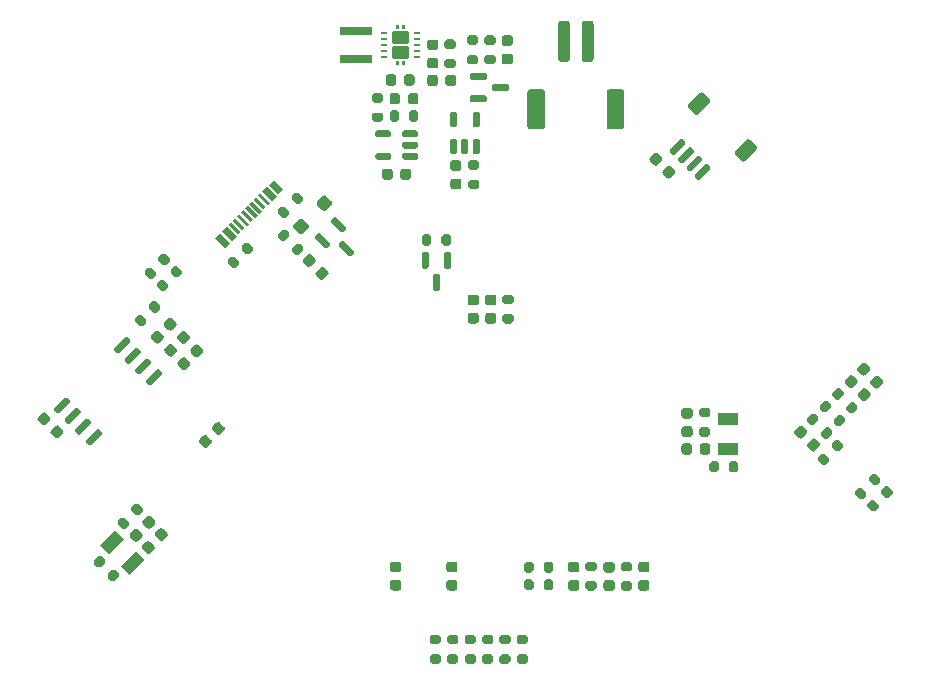
<source format=gbp>
G04 #@! TF.GenerationSoftware,KiCad,Pcbnew,7.0.8-7.0.8~ubuntu23.04.1*
G04 #@! TF.CreationDate,2023-11-14T21:47:51+00:00*
G04 #@! TF.ProjectId,demo-badge-2023,64656d6f-2d62-4616-9467-652d32303233,1*
G04 #@! TF.SameCoordinates,Original*
G04 #@! TF.FileFunction,Paste,Bot*
G04 #@! TF.FilePolarity,Positive*
%FSLAX46Y46*%
G04 Gerber Fmt 4.6, Leading zero omitted, Abs format (unit mm)*
G04 Created by KiCad (PCBNEW 7.0.8-7.0.8~ubuntu23.04.1) date 2023-11-14 21:47:51*
%MOMM*%
%LPD*%
G01*
G04 APERTURE LIST*
%ADD10R,1.800000X1.000000*%
%ADD11R,0.600000X0.240000*%
%ADD12R,2.700000X0.800000*%
G04 APERTURE END LIST*
G36*
G01*
X162078617Y-84542971D02*
X162432171Y-84189417D01*
G75*
G02*
X162750369Y-84189417I159099J-159099D01*
G01*
X163068567Y-84507615D01*
G75*
G02*
X163068567Y-84825813I-159099J-159099D01*
G01*
X162715013Y-85179367D01*
G75*
G02*
X162396815Y-85179367I-159099J159099D01*
G01*
X162078617Y-84861169D01*
G75*
G02*
X162078617Y-84542971I159099J159099D01*
G01*
G37*
G36*
G01*
X163174633Y-85638987D02*
X163528187Y-85285433D01*
G75*
G02*
X163846385Y-85285433I159099J-159099D01*
G01*
X164164583Y-85603631D01*
G75*
G02*
X164164583Y-85921829I-159099J-159099D01*
G01*
X163811029Y-86275383D01*
G75*
G02*
X163492831Y-86275383I-159099J159099D01*
G01*
X163174633Y-85957185D01*
G75*
G02*
X163174633Y-85638987I159099J159099D01*
G01*
G37*
G36*
G01*
X149596858Y-91194624D02*
X149596858Y-91694624D01*
G75*
G02*
X149371858Y-91919624I-225000J0D01*
G01*
X148921858Y-91919624D01*
G75*
G02*
X148696858Y-91694624I0J225000D01*
G01*
X148696858Y-91194624D01*
G75*
G02*
X148921858Y-90969624I225000J0D01*
G01*
X149371858Y-90969624D01*
G75*
G02*
X149596858Y-91194624I0J-225000D01*
G01*
G37*
G36*
G01*
X148046858Y-91194624D02*
X148046858Y-91694624D01*
G75*
G02*
X147821858Y-91919624I-225000J0D01*
G01*
X147371858Y-91919624D01*
G75*
G02*
X147146858Y-91694624I0J225000D01*
G01*
X147146858Y-91194624D01*
G75*
G02*
X147371858Y-90969624I225000J0D01*
G01*
X147821858Y-90969624D01*
G75*
G02*
X148046858Y-91194624I0J-225000D01*
G01*
G37*
D10*
X151065935Y-88937389D03*
X151065935Y-91437389D03*
G36*
G01*
X162246649Y-95691060D02*
X161857740Y-95302151D01*
G75*
G02*
X161857740Y-95019309I141421J141421D01*
G01*
X162140583Y-94736466D01*
G75*
G02*
X162423425Y-94736466I141421J-141421D01*
G01*
X162812334Y-95125375D01*
G75*
G02*
X162812334Y-95408217I-141421J-141421D01*
G01*
X162529491Y-95691060D01*
G75*
G02*
X162246649Y-95691060I-141421J141421D01*
G01*
G37*
G36*
G01*
X163413375Y-94524334D02*
X163024466Y-94135425D01*
G75*
G02*
X163024466Y-93852583I141421J141421D01*
G01*
X163307309Y-93569740D01*
G75*
G02*
X163590151Y-93569740I141421J-141421D01*
G01*
X163979060Y-93958649D01*
G75*
G02*
X163979060Y-94241491I-141421J-141421D01*
G01*
X163696217Y-94524334D01*
G75*
G02*
X163413375Y-94524334I-141421J141421D01*
G01*
G37*
G36*
G01*
X103755852Y-83586264D02*
X103402298Y-83232710D01*
G75*
G02*
X103402298Y-82914512I159099J159099D01*
G01*
X103720496Y-82596314D01*
G75*
G02*
X104038694Y-82596314I159099J-159099D01*
G01*
X104392248Y-82949868D01*
G75*
G02*
X104392248Y-83268066I-159099J-159099D01*
G01*
X104074050Y-83586264D01*
G75*
G02*
X103755852Y-83586264I-159099J159099D01*
G01*
G37*
G36*
G01*
X104851868Y-82490248D02*
X104498314Y-82136694D01*
G75*
G02*
X104498314Y-81818496I159099J159099D01*
G01*
X104816512Y-81500298D01*
G75*
G02*
X105134710Y-81500298I159099J-159099D01*
G01*
X105488264Y-81853852D01*
G75*
G02*
X105488264Y-82172050I-159099J-159099D01*
G01*
X105170066Y-82490248D01*
G75*
G02*
X104851868Y-82490248I-159099J159099D01*
G01*
G37*
G36*
G01*
X121701553Y-63754800D02*
X121151553Y-63754800D01*
G75*
G02*
X120951553Y-63554800I0J200000D01*
G01*
X120951553Y-63154800D01*
G75*
G02*
X121151553Y-62954800I200000J0D01*
G01*
X121701553Y-62954800D01*
G75*
G02*
X121901553Y-63154800I0J-200000D01*
G01*
X121901553Y-63554800D01*
G75*
G02*
X121701553Y-63754800I-200000J0D01*
G01*
G37*
G36*
G01*
X121701553Y-62104800D02*
X121151553Y-62104800D01*
G75*
G02*
X120951553Y-61904800I0J200000D01*
G01*
X120951553Y-61504800D01*
G75*
G02*
X121151553Y-61304800I200000J0D01*
G01*
X121701553Y-61304800D01*
G75*
G02*
X121901553Y-61504800I0J-200000D01*
G01*
X121901553Y-61904800D01*
G75*
G02*
X121701553Y-62104800I-200000J0D01*
G01*
G37*
G36*
G01*
X129187800Y-56419600D02*
X129737800Y-56419600D01*
G75*
G02*
X129937800Y-56619600I0J-200000D01*
G01*
X129937800Y-57019600D01*
G75*
G02*
X129737800Y-57219600I-200000J0D01*
G01*
X129187800Y-57219600D01*
G75*
G02*
X128987800Y-57019600I0J200000D01*
G01*
X128987800Y-56619600D01*
G75*
G02*
X129187800Y-56419600I200000J0D01*
G01*
G37*
G36*
G01*
X129187800Y-58069600D02*
X129737800Y-58069600D01*
G75*
G02*
X129937800Y-58269600I0J-200000D01*
G01*
X129937800Y-58669600D01*
G75*
G02*
X129737800Y-58869600I-200000J0D01*
G01*
X129187800Y-58869600D01*
G75*
G02*
X128987800Y-58669600I0J200000D01*
G01*
X128987800Y-58269600D01*
G75*
G02*
X129187800Y-58069600I200000J0D01*
G01*
G37*
G36*
G01*
X99519283Y-102228894D02*
X99130374Y-102617803D01*
G75*
G02*
X98847532Y-102617803I-141421J141421D01*
G01*
X98564689Y-102334960D01*
G75*
G02*
X98564689Y-102052118I141421J141421D01*
G01*
X98953598Y-101663209D01*
G75*
G02*
X99236440Y-101663209I141421J-141421D01*
G01*
X99519283Y-101946052D01*
G75*
G02*
X99519283Y-102228894I-141421J-141421D01*
G01*
G37*
G36*
G01*
X98352557Y-101062168D02*
X97963648Y-101451077D01*
G75*
G02*
X97680806Y-101451077I-141421J141421D01*
G01*
X97397963Y-101168234D01*
G75*
G02*
X97397963Y-100885392I141421J141421D01*
G01*
X97786872Y-100496483D01*
G75*
G02*
X98069714Y-100496483I141421J-141421D01*
G01*
X98352557Y-100779326D01*
G75*
G02*
X98352557Y-101062168I-141421J-141421D01*
G01*
G37*
G36*
G01*
X157793740Y-88827849D02*
X158182649Y-88438940D01*
G75*
G02*
X158465491Y-88438940I141421J-141421D01*
G01*
X158748334Y-88721783D01*
G75*
G02*
X158748334Y-89004625I-141421J-141421D01*
G01*
X158359425Y-89393534D01*
G75*
G02*
X158076583Y-89393534I-141421J141421D01*
G01*
X157793740Y-89110691D01*
G75*
G02*
X157793740Y-88827849I141421J141421D01*
G01*
G37*
G36*
G01*
X158960466Y-89994575D02*
X159349375Y-89605666D01*
G75*
G02*
X159632217Y-89605666I141421J-141421D01*
G01*
X159915060Y-89888509D01*
G75*
G02*
X159915060Y-90171351I-141421J-141421D01*
G01*
X159526151Y-90560260D01*
G75*
G02*
X159243309Y-90560260I-141421J141421D01*
G01*
X158960466Y-90277417D01*
G75*
G02*
X158960466Y-89994575I141421J141421D01*
G01*
G37*
G36*
G01*
X128295601Y-69448000D02*
X127795601Y-69448000D01*
G75*
G02*
X127570601Y-69223000I0J225000D01*
G01*
X127570601Y-68773000D01*
G75*
G02*
X127795601Y-68548000I225000J0D01*
G01*
X128295601Y-68548000D01*
G75*
G02*
X128520601Y-68773000I0J-225000D01*
G01*
X128520601Y-69223000D01*
G75*
G02*
X128295601Y-69448000I-225000J0D01*
G01*
G37*
G36*
G01*
X128295601Y-67898000D02*
X127795601Y-67898000D01*
G75*
G02*
X127570601Y-67673000I0J225000D01*
G01*
X127570601Y-67223000D01*
G75*
G02*
X127795601Y-66998000I225000J0D01*
G01*
X128295601Y-66998000D01*
G75*
G02*
X128520601Y-67223000I0J-225000D01*
G01*
X128520601Y-67673000D01*
G75*
G02*
X128295601Y-67898000I-225000J0D01*
G01*
G37*
G36*
G01*
X104890758Y-84721170D02*
X104537204Y-84367616D01*
G75*
G02*
X104537204Y-84049418I159099J159099D01*
G01*
X104855402Y-83731220D01*
G75*
G02*
X105173600Y-83731220I159099J-159099D01*
G01*
X105527154Y-84084774D01*
G75*
G02*
X105527154Y-84402972I-159099J-159099D01*
G01*
X105208956Y-84721170D01*
G75*
G02*
X104890758Y-84721170I-159099J159099D01*
G01*
G37*
G36*
G01*
X105986774Y-83625154D02*
X105633220Y-83271600D01*
G75*
G02*
X105633220Y-82953402I159099J159099D01*
G01*
X105951418Y-82635204D01*
G75*
G02*
X106269616Y-82635204I159099J-159099D01*
G01*
X106623170Y-82988758D01*
G75*
G02*
X106623170Y-83306956I-159099J-159099D01*
G01*
X106304972Y-83625154D01*
G75*
G02*
X105986774Y-83625154I-159099J159099D01*
G01*
G37*
G36*
G01*
X131011600Y-109622200D02*
X130461600Y-109622200D01*
G75*
G02*
X130261600Y-109422200I0J200000D01*
G01*
X130261600Y-109022200D01*
G75*
G02*
X130461600Y-108822200I200000J0D01*
G01*
X131011600Y-108822200D01*
G75*
G02*
X131211600Y-109022200I0J-200000D01*
G01*
X131211600Y-109422200D01*
G75*
G02*
X131011600Y-109622200I-200000J0D01*
G01*
G37*
G36*
G01*
X131011600Y-107972200D02*
X130461600Y-107972200D01*
G75*
G02*
X130261600Y-107772200I0J200000D01*
G01*
X130261600Y-107372200D01*
G75*
G02*
X130461600Y-107172200I200000J0D01*
G01*
X131011600Y-107172200D01*
G75*
G02*
X131211600Y-107372200I0J-200000D01*
G01*
X131211600Y-107772200D01*
G75*
G02*
X131011600Y-107972200I-200000J0D01*
G01*
G37*
G36*
G01*
X132484800Y-109622200D02*
X131934800Y-109622200D01*
G75*
G02*
X131734800Y-109422200I0J200000D01*
G01*
X131734800Y-109022200D01*
G75*
G02*
X131934800Y-108822200I200000J0D01*
G01*
X132484800Y-108822200D01*
G75*
G02*
X132684800Y-109022200I0J-200000D01*
G01*
X132684800Y-109422200D01*
G75*
G02*
X132484800Y-109622200I-200000J0D01*
G01*
G37*
G36*
G01*
X132484800Y-107972200D02*
X131934800Y-107972200D01*
G75*
G02*
X131734800Y-107772200I0J200000D01*
G01*
X131734800Y-107372200D01*
G75*
G02*
X131934800Y-107172200I200000J0D01*
G01*
X132484800Y-107172200D01*
G75*
G02*
X132684800Y-107372200I0J-200000D01*
G01*
X132684800Y-107772200D01*
G75*
G02*
X132484800Y-107972200I-200000J0D01*
G01*
G37*
G36*
G01*
X100823757Y-99230763D02*
X100470203Y-98877209D01*
G75*
G02*
X100470203Y-98559011I159099J159099D01*
G01*
X100788401Y-98240813D01*
G75*
G02*
X101106599Y-98240813I159099J-159099D01*
G01*
X101460153Y-98594367D01*
G75*
G02*
X101460153Y-98912565I-159099J-159099D01*
G01*
X101141955Y-99230763D01*
G75*
G02*
X100823757Y-99230763I-159099J159099D01*
G01*
G37*
G36*
G01*
X101919773Y-98134747D02*
X101566219Y-97781193D01*
G75*
G02*
X101566219Y-97462995I159099J159099D01*
G01*
X101884417Y-97144797D01*
G75*
G02*
X102202615Y-97144797I159099J-159099D01*
G01*
X102556169Y-97498351D01*
G75*
G02*
X102556169Y-97816549I-159099J-159099D01*
G01*
X102237971Y-98134747D01*
G75*
G02*
X101919773Y-98134747I-159099J159099D01*
G01*
G37*
G36*
G01*
X101144374Y-96084083D02*
X101533283Y-96472992D01*
G75*
G02*
X101533283Y-96755834I-141421J-141421D01*
G01*
X101250440Y-97038677D01*
G75*
G02*
X100967598Y-97038677I-141421J141421D01*
G01*
X100578689Y-96649768D01*
G75*
G02*
X100578689Y-96366926I141421J141421D01*
G01*
X100861532Y-96084083D01*
G75*
G02*
X101144374Y-96084083I141421J-141421D01*
G01*
G37*
G36*
G01*
X99977648Y-97250809D02*
X100366557Y-97639718D01*
G75*
G02*
X100366557Y-97922560I-141421J-141421D01*
G01*
X100083714Y-98205403D01*
G75*
G02*
X99800872Y-98205403I-141421J141421D01*
G01*
X99411963Y-97816494D01*
G75*
G02*
X99411963Y-97533652I141421J141421D01*
G01*
X99694806Y-97250809D01*
G75*
G02*
X99977648Y-97250809I141421J-141421D01*
G01*
G37*
G36*
G01*
X122985400Y-55848600D02*
X122985400Y-55558600D01*
G75*
G02*
X123010400Y-55533600I25000J0D01*
G01*
X123210400Y-55533600D01*
G75*
G02*
X123235400Y-55558600I0J-25000D01*
G01*
X123235400Y-55848600D01*
G75*
G02*
X123210400Y-55873600I-25000J0D01*
G01*
X123010400Y-55873600D01*
G75*
G02*
X122985400Y-55848600I0J25000D01*
G01*
G37*
G36*
G01*
X122985400Y-58908600D02*
X122985400Y-58618600D01*
G75*
G02*
X123010400Y-58593600I25000J0D01*
G01*
X123210400Y-58593600D01*
G75*
G02*
X123235400Y-58618600I0J-25000D01*
G01*
X123235400Y-58908600D01*
G75*
G02*
X123210400Y-58933600I-25000J0D01*
G01*
X123010400Y-58933600D01*
G75*
G02*
X122985400Y-58908600I0J25000D01*
G01*
G37*
G36*
G01*
X122610400Y-57027600D02*
X122610400Y-56179600D01*
G75*
G02*
X122716400Y-56073600I106000J0D01*
G01*
X124004400Y-56073600D01*
G75*
G02*
X124110400Y-56179600I0J-106000D01*
G01*
X124110400Y-57027600D01*
G75*
G02*
X124004400Y-57133600I-106000J0D01*
G01*
X122716400Y-57133600D01*
G75*
G02*
X122610400Y-57027600I0J106000D01*
G01*
G37*
G36*
G01*
X122610400Y-58287600D02*
X122610400Y-57439600D01*
G75*
G02*
X122716400Y-57333600I106000J0D01*
G01*
X124004400Y-57333600D01*
G75*
G02*
X124110400Y-57439600I0J-106000D01*
G01*
X124110400Y-58287600D01*
G75*
G02*
X124004400Y-58393600I-106000J0D01*
G01*
X122716400Y-58393600D01*
G75*
G02*
X122610400Y-58287600I0J106000D01*
G01*
G37*
G36*
G01*
X123485400Y-55848600D02*
X123485400Y-55558600D01*
G75*
G02*
X123510400Y-55533600I25000J0D01*
G01*
X123710400Y-55533600D01*
G75*
G02*
X123735400Y-55558600I0J-25000D01*
G01*
X123735400Y-55848600D01*
G75*
G02*
X123710400Y-55873600I-25000J0D01*
G01*
X123510400Y-55873600D01*
G75*
G02*
X123485400Y-55848600I0J25000D01*
G01*
G37*
G36*
G01*
X123485400Y-58908600D02*
X123485400Y-58618600D01*
G75*
G02*
X123510400Y-58593600I25000J0D01*
G01*
X123710400Y-58593600D01*
G75*
G02*
X123735400Y-58618600I0J-25000D01*
G01*
X123735400Y-58908600D01*
G75*
G02*
X123710400Y-58933600I-25000J0D01*
G01*
X123510400Y-58933600D01*
G75*
G02*
X123485400Y-58908600I0J25000D01*
G01*
G37*
D11*
X121960400Y-58233600D03*
X121960400Y-57733600D03*
X121960400Y-57233600D03*
X121960400Y-56733600D03*
X121960400Y-56233600D03*
X124760400Y-56233600D03*
X124760400Y-56733600D03*
X124760400Y-57233600D03*
X124760400Y-57733600D03*
X124760400Y-58233600D03*
G36*
G01*
X100254261Y-81991237D02*
X100466393Y-82203369D01*
G75*
G02*
X100466393Y-82415501I-106066J-106066D01*
G01*
X99547155Y-83334739D01*
G75*
G02*
X99335023Y-83334739I-106066J106066D01*
G01*
X99122891Y-83122607D01*
G75*
G02*
X99122891Y-82910475I106066J106066D01*
G01*
X100042129Y-81991237D01*
G75*
G02*
X100254261Y-81991237I106066J-106066D01*
G01*
G37*
G36*
G01*
X101152287Y-82889263D02*
X101364419Y-83101395D01*
G75*
G02*
X101364419Y-83313527I-106066J-106066D01*
G01*
X100445181Y-84232765D01*
G75*
G02*
X100233049Y-84232765I-106066J106066D01*
G01*
X100020917Y-84020633D01*
G75*
G02*
X100020917Y-83808501I106066J106066D01*
G01*
X100940155Y-82889263D01*
G75*
G02*
X101152287Y-82889263I106066J-106066D01*
G01*
G37*
G36*
G01*
X102050312Y-83787288D02*
X102262444Y-83999420D01*
G75*
G02*
X102262444Y-84211552I-106066J-106066D01*
G01*
X101343206Y-85130790D01*
G75*
G02*
X101131074Y-85130790I-106066J106066D01*
G01*
X100918942Y-84918658D01*
G75*
G02*
X100918942Y-84706526I106066J106066D01*
G01*
X101838180Y-83787288D01*
G75*
G02*
X102050312Y-83787288I106066J-106066D01*
G01*
G37*
G36*
G01*
X102948338Y-84685314D02*
X103160470Y-84897446D01*
G75*
G02*
X103160470Y-85109578I-106066J-106066D01*
G01*
X102241232Y-86028816D01*
G75*
G02*
X102029100Y-86028816I-106066J106066D01*
G01*
X101816968Y-85816684D01*
G75*
G02*
X101816968Y-85604552I106066J106066D01*
G01*
X102736206Y-84685314D01*
G75*
G02*
X102948338Y-84685314I106066J-106066D01*
G01*
G37*
G36*
G01*
X97857169Y-89776483D02*
X98069301Y-89988615D01*
G75*
G02*
X98069301Y-90200747I-106066J-106066D01*
G01*
X97150063Y-91119985D01*
G75*
G02*
X96937931Y-91119985I-106066J106066D01*
G01*
X96725799Y-90907853D01*
G75*
G02*
X96725799Y-90695721I106066J106066D01*
G01*
X97645037Y-89776483D01*
G75*
G02*
X97857169Y-89776483I106066J-106066D01*
G01*
G37*
G36*
G01*
X96959143Y-88878457D02*
X97171275Y-89090589D01*
G75*
G02*
X97171275Y-89302721I-106066J-106066D01*
G01*
X96252037Y-90221959D01*
G75*
G02*
X96039905Y-90221959I-106066J106066D01*
G01*
X95827773Y-90009827D01*
G75*
G02*
X95827773Y-89797695I106066J106066D01*
G01*
X96747011Y-88878457D01*
G75*
G02*
X96959143Y-88878457I106066J-106066D01*
G01*
G37*
G36*
G01*
X96061118Y-87980432D02*
X96273250Y-88192564D01*
G75*
G02*
X96273250Y-88404696I-106066J-106066D01*
G01*
X95354012Y-89323934D01*
G75*
G02*
X95141880Y-89323934I-106066J106066D01*
G01*
X94929748Y-89111802D01*
G75*
G02*
X94929748Y-88899670I106066J106066D01*
G01*
X95848986Y-87980432D01*
G75*
G02*
X96061118Y-87980432I106066J-106066D01*
G01*
G37*
G36*
G01*
X95163092Y-87082406D02*
X95375224Y-87294538D01*
G75*
G02*
X95375224Y-87506670I-106066J-106066D01*
G01*
X94455986Y-88425908D01*
G75*
G02*
X94243854Y-88425908I-106066J106066D01*
G01*
X94031722Y-88213776D01*
G75*
G02*
X94031722Y-88001644I106066J106066D01*
G01*
X94950960Y-87082406D01*
G75*
G02*
X95163092Y-87082406I106066J-106066D01*
G01*
G37*
G36*
G01*
X156733825Y-89866179D02*
X157087379Y-89512625D01*
G75*
G02*
X157405577Y-89512625I159099J-159099D01*
G01*
X157723775Y-89830823D01*
G75*
G02*
X157723775Y-90149021I-159099J-159099D01*
G01*
X157370221Y-90502575D01*
G75*
G02*
X157052023Y-90502575I-159099J159099D01*
G01*
X156733825Y-90184377D01*
G75*
G02*
X156733825Y-89866179I159099J159099D01*
G01*
G37*
G36*
G01*
X157829841Y-90962195D02*
X158183395Y-90608641D01*
G75*
G02*
X158501593Y-90608641I159099J-159099D01*
G01*
X158819791Y-90926839D01*
G75*
G02*
X158819791Y-91245037I-159099J-159099D01*
G01*
X158466237Y-91598591D01*
G75*
G02*
X158148039Y-91598591I-159099J159099D01*
G01*
X157829841Y-91280393D01*
G75*
G02*
X157829841Y-90962195I159099J159099D01*
G01*
G37*
G36*
G01*
X108089429Y-89205017D02*
X108442983Y-89558571D01*
G75*
G02*
X108442983Y-89876769I-159099J-159099D01*
G01*
X108124785Y-90194967D01*
G75*
G02*
X107806587Y-90194967I-159099J159099D01*
G01*
X107453033Y-89841413D01*
G75*
G02*
X107453033Y-89523215I159099J159099D01*
G01*
X107771231Y-89205017D01*
G75*
G02*
X108089429Y-89205017I159099J-159099D01*
G01*
G37*
G36*
G01*
X106993413Y-90301033D02*
X107346967Y-90654587D01*
G75*
G02*
X107346967Y-90972785I-159099J-159099D01*
G01*
X107028769Y-91290983D01*
G75*
G02*
X106710571Y-91290983I-159099J159099D01*
G01*
X106357017Y-90937429D01*
G75*
G02*
X106357017Y-90619231I159099J159099D01*
G01*
X106675215Y-90301033D01*
G75*
G02*
X106993413Y-90301033I159099J-159099D01*
G01*
G37*
G36*
G01*
X129212500Y-61948000D02*
X129212500Y-61648000D01*
G75*
G02*
X129362500Y-61498000I150000J0D01*
G01*
X130537500Y-61498000D01*
G75*
G02*
X130687500Y-61648000I0J-150000D01*
G01*
X130687500Y-61948000D01*
G75*
G02*
X130537500Y-62098000I-150000J0D01*
G01*
X129362500Y-62098000D01*
G75*
G02*
X129212500Y-61948000I0J150000D01*
G01*
G37*
G36*
G01*
X129212500Y-60048000D02*
X129212500Y-59748000D01*
G75*
G02*
X129362500Y-59598000I150000J0D01*
G01*
X130537500Y-59598000D01*
G75*
G02*
X130687500Y-59748000I0J-150000D01*
G01*
X130687500Y-60048000D01*
G75*
G02*
X130537500Y-60198000I-150000J0D01*
G01*
X129362500Y-60198000D01*
G75*
G02*
X129212500Y-60048000I0J150000D01*
G01*
G37*
G36*
G01*
X131087500Y-60998000D02*
X131087500Y-60698000D01*
G75*
G02*
X131237500Y-60548000I150000J0D01*
G01*
X132412500Y-60548000D01*
G75*
G02*
X132562500Y-60698000I0J-150000D01*
G01*
X132562500Y-60998000D01*
G75*
G02*
X132412500Y-61148000I-150000J0D01*
G01*
X131237500Y-61148000D01*
G75*
G02*
X131087500Y-60998000I0J150000D01*
G01*
G37*
G36*
G01*
X129776800Y-80823000D02*
X129276800Y-80823000D01*
G75*
G02*
X129051800Y-80598000I0J225000D01*
G01*
X129051800Y-80148000D01*
G75*
G02*
X129276800Y-79923000I225000J0D01*
G01*
X129776800Y-79923000D01*
G75*
G02*
X130001800Y-80148000I0J-225000D01*
G01*
X130001800Y-80598000D01*
G75*
G02*
X129776800Y-80823000I-225000J0D01*
G01*
G37*
G36*
G01*
X129776800Y-79273000D02*
X129276800Y-79273000D01*
G75*
G02*
X129051800Y-79048000I0J225000D01*
G01*
X129051800Y-78598000D01*
G75*
G02*
X129276800Y-78373000I225000J0D01*
G01*
X129776800Y-78373000D01*
G75*
G02*
X130001800Y-78598000I0J-225000D01*
G01*
X130001800Y-79048000D01*
G75*
G02*
X129776800Y-79273000I-225000J0D01*
G01*
G37*
G36*
G01*
X125618200Y-60488800D02*
X125618200Y-59988800D01*
G75*
G02*
X125843200Y-59763800I225000J0D01*
G01*
X126293200Y-59763800D01*
G75*
G02*
X126518200Y-59988800I0J-225000D01*
G01*
X126518200Y-60488800D01*
G75*
G02*
X126293200Y-60713800I-225000J0D01*
G01*
X125843200Y-60713800D01*
G75*
G02*
X125618200Y-60488800I0J225000D01*
G01*
G37*
G36*
G01*
X127168200Y-60488800D02*
X127168200Y-59988800D01*
G75*
G02*
X127393200Y-59763800I225000J0D01*
G01*
X127843200Y-59763800D01*
G75*
G02*
X128068200Y-59988800I0J-225000D01*
G01*
X128068200Y-60488800D01*
G75*
G02*
X127843200Y-60713800I-225000J0D01*
G01*
X127393200Y-60713800D01*
G75*
G02*
X127168200Y-60488800I0J225000D01*
G01*
G37*
G36*
G01*
X127279400Y-56766400D02*
X127829400Y-56766400D01*
G75*
G02*
X128029400Y-56966400I0J-200000D01*
G01*
X128029400Y-57366400D01*
G75*
G02*
X127829400Y-57566400I-200000J0D01*
G01*
X127279400Y-57566400D01*
G75*
G02*
X127079400Y-57366400I0J200000D01*
G01*
X127079400Y-56966400D01*
G75*
G02*
X127279400Y-56766400I200000J0D01*
G01*
G37*
G36*
G01*
X127279400Y-58416400D02*
X127829400Y-58416400D01*
G75*
G02*
X128029400Y-58616400I0J-200000D01*
G01*
X128029400Y-59016400D01*
G75*
G02*
X127829400Y-59216400I-200000J0D01*
G01*
X127279400Y-59216400D01*
G75*
G02*
X127079400Y-59016400I0J200000D01*
G01*
X127079400Y-58616400D01*
G75*
G02*
X127279400Y-58416400I200000J0D01*
G01*
G37*
G36*
G01*
X104465114Y-75953977D02*
X104854023Y-76342886D01*
G75*
G02*
X104854023Y-76625728I-141421J-141421D01*
G01*
X104571180Y-76908571D01*
G75*
G02*
X104288338Y-76908571I-141421J141421D01*
G01*
X103899429Y-76519662D01*
G75*
G02*
X103899429Y-76236820I141421J141421D01*
G01*
X104182272Y-75953977D01*
G75*
G02*
X104465114Y-75953977I141421J-141421D01*
G01*
G37*
G36*
G01*
X103298388Y-77120703D02*
X103687297Y-77509612D01*
G75*
G02*
X103687297Y-77792454I-141421J-141421D01*
G01*
X103404454Y-78075297D01*
G75*
G02*
X103121612Y-78075297I-141421J141421D01*
G01*
X102732703Y-77686388D01*
G75*
G02*
X102732703Y-77403546I141421J141421D01*
G01*
X103015546Y-77120703D01*
G75*
G02*
X103298388Y-77120703I141421J-141421D01*
G01*
G37*
G36*
G01*
X109136086Y-76106823D02*
X108747177Y-75717914D01*
G75*
G02*
X108747177Y-75435072I141421J141421D01*
G01*
X109030020Y-75152229D01*
G75*
G02*
X109312862Y-75152229I141421J-141421D01*
G01*
X109701771Y-75541138D01*
G75*
G02*
X109701771Y-75823980I-141421J-141421D01*
G01*
X109418928Y-76106823D01*
G75*
G02*
X109136086Y-76106823I-141421J141421D01*
G01*
G37*
G36*
G01*
X110302812Y-74940097D02*
X109913903Y-74551188D01*
G75*
G02*
X109913903Y-74268346I141421J141421D01*
G01*
X110196746Y-73985503D01*
G75*
G02*
X110479588Y-73985503I141421J-141421D01*
G01*
X110868497Y-74374412D01*
G75*
G02*
X110868497Y-74657254I-141421J-141421D01*
G01*
X110585654Y-74940097D01*
G75*
G02*
X110302812Y-74940097I-141421J141421D01*
G01*
G37*
G36*
G01*
X136274999Y-101173000D02*
X136274999Y-101723000D01*
G75*
G02*
X136074999Y-101923000I-200000J0D01*
G01*
X135674999Y-101923000D01*
G75*
G02*
X135474999Y-101723000I0J200000D01*
G01*
X135474999Y-101173000D01*
G75*
G02*
X135674999Y-100973000I200000J0D01*
G01*
X136074999Y-100973000D01*
G75*
G02*
X136274999Y-101173000I0J-200000D01*
G01*
G37*
G36*
G01*
X134624999Y-101173000D02*
X134624999Y-101723000D01*
G75*
G02*
X134424999Y-101923000I-200000J0D01*
G01*
X134024999Y-101923000D01*
G75*
G02*
X133824999Y-101723000I0J200000D01*
G01*
X133824999Y-101173000D01*
G75*
G02*
X134024999Y-100973000I200000J0D01*
G01*
X134424999Y-100973000D01*
G75*
G02*
X134624999Y-101173000I0J-200000D01*
G01*
G37*
G36*
G01*
X146167620Y-66089831D02*
X147051504Y-65205947D01*
G75*
G02*
X147263636Y-65205947I106066J-106066D01*
G01*
X147475768Y-65418079D01*
G75*
G02*
X147475768Y-65630211I-106066J-106066D01*
G01*
X146591884Y-66514095D01*
G75*
G02*
X146379752Y-66514095I-106066J106066D01*
G01*
X146167620Y-66301963D01*
G75*
G02*
X146167620Y-66089831I106066J106066D01*
G01*
G37*
G36*
G01*
X146874727Y-66796938D02*
X147758611Y-65913054D01*
G75*
G02*
X147970743Y-65913054I106066J-106066D01*
G01*
X148182875Y-66125186D01*
G75*
G02*
X148182875Y-66337318I-106066J-106066D01*
G01*
X147298991Y-67221202D01*
G75*
G02*
X147086859Y-67221202I-106066J106066D01*
G01*
X146874727Y-67009070D01*
G75*
G02*
X146874727Y-66796938I106066J106066D01*
G01*
G37*
G36*
G01*
X147581834Y-67504045D02*
X148465718Y-66620161D01*
G75*
G02*
X148677850Y-66620161I106066J-106066D01*
G01*
X148889982Y-66832293D01*
G75*
G02*
X148889982Y-67044425I-106066J-106066D01*
G01*
X148006098Y-67928309D01*
G75*
G02*
X147793966Y-67928309I-106066J106066D01*
G01*
X147581834Y-67716177D01*
G75*
G02*
X147581834Y-67504045I106066J106066D01*
G01*
G37*
G36*
G01*
X148288941Y-68211152D02*
X149172825Y-67327268D01*
G75*
G02*
X149384957Y-67327268I106066J-106066D01*
G01*
X149597089Y-67539400D01*
G75*
G02*
X149597089Y-67751532I-106066J-106066D01*
G01*
X148713205Y-68635416D01*
G75*
G02*
X148501073Y-68635416I-106066J106066D01*
G01*
X148288941Y-68423284D01*
G75*
G02*
X148288941Y-68211152I106066J106066D01*
G01*
G37*
G36*
G01*
X147758610Y-62236099D02*
X148677849Y-61316860D01*
G75*
G02*
X149031403Y-61316860I176777J-176777D01*
G01*
X149526378Y-61811835D01*
G75*
G02*
X149526378Y-62165389I-176777J-176777D01*
G01*
X148607139Y-63084628D01*
G75*
G02*
X148253585Y-63084628I-176777J176777D01*
G01*
X147758610Y-62589653D01*
G75*
G02*
X147758610Y-62236099I176777J176777D01*
G01*
G37*
G36*
G01*
X151718408Y-66195897D02*
X152637647Y-65276658D01*
G75*
G02*
X152991201Y-65276658I176777J-176777D01*
G01*
X153486176Y-65771633D01*
G75*
G02*
X153486176Y-66125187I-176777J-176777D01*
G01*
X152566937Y-67044426D01*
G75*
G02*
X152213383Y-67044426I-176777J176777D01*
G01*
X151718408Y-66549451D01*
G75*
G02*
X151718408Y-66195897I176777J176777D01*
G01*
G37*
G36*
G01*
X159927340Y-86694249D02*
X160316249Y-86305340D01*
G75*
G02*
X160599091Y-86305340I141421J-141421D01*
G01*
X160881934Y-86588183D01*
G75*
G02*
X160881934Y-86871025I-141421J-141421D01*
G01*
X160493025Y-87259934D01*
G75*
G02*
X160210183Y-87259934I-141421J141421D01*
G01*
X159927340Y-86977091D01*
G75*
G02*
X159927340Y-86694249I141421J141421D01*
G01*
G37*
G36*
G01*
X161094066Y-87860975D02*
X161482975Y-87472066D01*
G75*
G02*
X161765817Y-87472066I141421J-141421D01*
G01*
X162048660Y-87754909D01*
G75*
G02*
X162048660Y-88037751I-141421J-141421D01*
G01*
X161659751Y-88426660D01*
G75*
G02*
X161376909Y-88426660I-141421J141421D01*
G01*
X161094066Y-88143817D01*
G75*
G02*
X161094066Y-87860975I141421J141421D01*
G01*
G37*
G36*
G01*
X132748200Y-80823000D02*
X132198200Y-80823000D01*
G75*
G02*
X131998200Y-80623000I0J200000D01*
G01*
X131998200Y-80223000D01*
G75*
G02*
X132198200Y-80023000I200000J0D01*
G01*
X132748200Y-80023000D01*
G75*
G02*
X132948200Y-80223000I0J-200000D01*
G01*
X132948200Y-80623000D01*
G75*
G02*
X132748200Y-80823000I-200000J0D01*
G01*
G37*
G36*
G01*
X132748200Y-79173000D02*
X132198200Y-79173000D01*
G75*
G02*
X131998200Y-78973000I0J200000D01*
G01*
X131998200Y-78573000D01*
G75*
G02*
X132198200Y-78373000I200000J0D01*
G01*
X132748200Y-78373000D01*
G75*
G02*
X132948200Y-78573000I0J-200000D01*
G01*
X132948200Y-78973000D01*
G75*
G02*
X132748200Y-79173000I-200000J0D01*
G01*
G37*
G36*
G01*
X124248849Y-67930801D02*
X124248849Y-68430801D01*
G75*
G02*
X124023849Y-68655801I-225000J0D01*
G01*
X123573849Y-68655801D01*
G75*
G02*
X123348849Y-68430801I0J225000D01*
G01*
X123348849Y-67930801D01*
G75*
G02*
X123573849Y-67705801I225000J0D01*
G01*
X124023849Y-67705801D01*
G75*
G02*
X124248849Y-67930801I0J-225000D01*
G01*
G37*
G36*
G01*
X122698849Y-67930801D02*
X122698849Y-68430801D01*
G75*
G02*
X122473849Y-68655801I-225000J0D01*
G01*
X122023849Y-68655801D01*
G75*
G02*
X121798849Y-68430801I0J225000D01*
G01*
X121798849Y-67930801D01*
G75*
G02*
X122023849Y-67705801I225000J0D01*
G01*
X122473849Y-67705801D01*
G75*
G02*
X122698849Y-67930801I0J-225000D01*
G01*
G37*
G36*
G01*
X122434352Y-63528201D02*
X122434352Y-62978201D01*
G75*
G02*
X122634352Y-62778201I200000J0D01*
G01*
X123034352Y-62778201D01*
G75*
G02*
X123234352Y-62978201I0J-200000D01*
G01*
X123234352Y-63528201D01*
G75*
G02*
X123034352Y-63728201I-200000J0D01*
G01*
X122634352Y-63728201D01*
G75*
G02*
X122434352Y-63528201I0J200000D01*
G01*
G37*
G36*
G01*
X124084352Y-63528201D02*
X124084352Y-62978201D01*
G75*
G02*
X124284352Y-62778201I200000J0D01*
G01*
X124684352Y-62778201D01*
G75*
G02*
X124884352Y-62978201I0J-200000D01*
G01*
X124884352Y-63528201D01*
G75*
G02*
X124684352Y-63728201I-200000J0D01*
G01*
X124284352Y-63728201D01*
G75*
G02*
X124084352Y-63528201I0J200000D01*
G01*
G37*
D12*
X119578800Y-56091600D03*
X119578800Y-58391600D03*
G36*
X108499504Y-74406140D02*
G01*
X107679260Y-73585896D01*
X108103524Y-73161632D01*
X108923768Y-73981876D01*
X108499504Y-74406140D01*
G37*
G36*
X109065190Y-73840454D02*
G01*
X108244946Y-73020210D01*
X108669210Y-72595946D01*
X109489454Y-73416190D01*
X109065190Y-73840454D01*
G37*
G36*
X109376317Y-71888839D02*
G01*
X110196561Y-72709083D01*
X109984429Y-72921215D01*
X109164185Y-72100971D01*
X109376317Y-71888839D01*
G37*
G36*
X110083423Y-71181733D02*
G01*
X110903667Y-72001977D01*
X110691535Y-72214109D01*
X109871291Y-71393865D01*
X110083423Y-71181733D01*
G37*
G36*
X110436977Y-70828179D02*
G01*
X111257221Y-71648423D01*
X111045089Y-71860555D01*
X110224845Y-71040311D01*
X110436977Y-70828179D01*
G37*
G36*
X111144083Y-70121073D02*
G01*
X111964327Y-70941317D01*
X111752195Y-71153449D01*
X110931951Y-70333205D01*
X111144083Y-70121073D01*
G37*
G36*
X112459302Y-70446342D02*
G01*
X111639058Y-69626098D01*
X112063322Y-69201834D01*
X112883566Y-70022078D01*
X112459302Y-70446342D01*
G37*
G36*
X113024988Y-69880656D02*
G01*
X112204744Y-69060412D01*
X112629008Y-68636148D01*
X113449252Y-69456392D01*
X113024988Y-69880656D01*
G37*
G36*
X113024988Y-69880656D02*
G01*
X112204744Y-69060412D01*
X112629008Y-68636148D01*
X113449252Y-69456392D01*
X113024988Y-69880656D01*
G37*
G36*
X112459302Y-70446342D02*
G01*
X111639058Y-69626098D01*
X112063322Y-69201834D01*
X112883566Y-70022078D01*
X112459302Y-70446342D01*
G37*
G36*
X111497637Y-69767519D02*
G01*
X112317881Y-70587763D01*
X112105749Y-70799895D01*
X111285505Y-69979651D01*
X111497637Y-69767519D01*
G37*
G36*
X110790530Y-70474626D02*
G01*
X111610774Y-71294870D01*
X111398642Y-71507002D01*
X110578398Y-70686758D01*
X110790530Y-70474626D01*
G37*
G36*
X109729870Y-71535286D02*
G01*
X110550114Y-72355530D01*
X110337982Y-72567662D01*
X109517738Y-71747418D01*
X109729870Y-71535286D01*
G37*
G36*
X109022763Y-72242393D02*
G01*
X109843007Y-73062637D01*
X109630875Y-73274769D01*
X108810631Y-72454525D01*
X109022763Y-72242393D01*
G37*
G36*
X109065190Y-73840454D02*
G01*
X108244946Y-73020210D01*
X108669210Y-72595946D01*
X109489454Y-73416190D01*
X109065190Y-73840454D01*
G37*
G36*
X108499504Y-74406140D02*
G01*
X107679260Y-73585896D01*
X108103524Y-73161632D01*
X108923768Y-73981876D01*
X108499504Y-74406140D01*
G37*
G36*
G01*
X103432738Y-74921601D02*
X103821647Y-75310510D01*
G75*
G02*
X103821647Y-75593352I-141421J-141421D01*
G01*
X103538804Y-75876195D01*
G75*
G02*
X103255962Y-75876195I-141421J141421D01*
G01*
X102867053Y-75487286D01*
G75*
G02*
X102867053Y-75204444I141421J141421D01*
G01*
X103149896Y-74921601D01*
G75*
G02*
X103432738Y-74921601I141421J-141421D01*
G01*
G37*
G36*
G01*
X102266012Y-76088327D02*
X102654921Y-76477236D01*
G75*
G02*
X102654921Y-76760078I-141421J-141421D01*
G01*
X102372078Y-77042921D01*
G75*
G02*
X102089236Y-77042921I-141421J141421D01*
G01*
X101700327Y-76654012D01*
G75*
G02*
X101700327Y-76371170I141421J141421D01*
G01*
X101983170Y-76088327D01*
G75*
G02*
X102266012Y-76088327I141421J-141421D01*
G01*
G37*
G36*
G01*
X129538400Y-109622200D02*
X128988400Y-109622200D01*
G75*
G02*
X128788400Y-109422200I0J200000D01*
G01*
X128788400Y-109022200D01*
G75*
G02*
X128988400Y-108822200I200000J0D01*
G01*
X129538400Y-108822200D01*
G75*
G02*
X129738400Y-109022200I0J-200000D01*
G01*
X129738400Y-109422200D01*
G75*
G02*
X129538400Y-109622200I-200000J0D01*
G01*
G37*
G36*
G01*
X129538400Y-107972200D02*
X128988400Y-107972200D01*
G75*
G02*
X128788400Y-107772200I0J200000D01*
G01*
X128788400Y-107372200D01*
G75*
G02*
X128988400Y-107172200I200000J0D01*
G01*
X129538400Y-107172200D01*
G75*
G02*
X129738400Y-107372200I0J-200000D01*
G01*
X129738400Y-107772200D01*
G75*
G02*
X129538400Y-107972200I-200000J0D01*
G01*
G37*
G36*
G01*
X149517646Y-93228307D02*
X149517646Y-92678307D01*
G75*
G02*
X149717646Y-92478307I200000J0D01*
G01*
X150117646Y-92478307D01*
G75*
G02*
X150317646Y-92678307I0J-200000D01*
G01*
X150317646Y-93228307D01*
G75*
G02*
X150117646Y-93428307I-200000J0D01*
G01*
X149717646Y-93428307D01*
G75*
G02*
X149517646Y-93228307I0J200000D01*
G01*
G37*
G36*
G01*
X151167646Y-93228307D02*
X151167646Y-92678307D01*
G75*
G02*
X151367646Y-92478307I200000J0D01*
G01*
X151767646Y-92478307D01*
G75*
G02*
X151967646Y-92678307I0J-200000D01*
G01*
X151967646Y-93228307D01*
G75*
G02*
X151767646Y-93428307I-200000J0D01*
G01*
X151367646Y-93428307D01*
G75*
G02*
X151167646Y-93228307I0J200000D01*
G01*
G37*
G36*
G01*
X112988140Y-73272257D02*
X113377049Y-72883348D01*
G75*
G02*
X113659891Y-72883348I141421J-141421D01*
G01*
X113942734Y-73166191D01*
G75*
G02*
X113942734Y-73449033I-141421J-141421D01*
G01*
X113553825Y-73837942D01*
G75*
G02*
X113270983Y-73837942I-141421J141421D01*
G01*
X112988140Y-73555099D01*
G75*
G02*
X112988140Y-73272257I141421J141421D01*
G01*
G37*
G36*
G01*
X114154866Y-74438983D02*
X114543775Y-74050074D01*
G75*
G02*
X114826617Y-74050074I141421J-141421D01*
G01*
X115109460Y-74332917D01*
G75*
G02*
X115109460Y-74615759I-141421J-141421D01*
G01*
X114720551Y-75004668D01*
G75*
G02*
X114437709Y-75004668I-141421J141421D01*
G01*
X114154866Y-74721825D01*
G75*
G02*
X114154866Y-74438983I141421J141421D01*
G01*
G37*
G36*
G01*
X127464000Y-100974600D02*
X127964000Y-100974600D01*
G75*
G02*
X128189000Y-101199600I0J-225000D01*
G01*
X128189000Y-101649600D01*
G75*
G02*
X127964000Y-101874600I-225000J0D01*
G01*
X127464000Y-101874600D01*
G75*
G02*
X127239000Y-101649600I0J225000D01*
G01*
X127239000Y-101199600D01*
G75*
G02*
X127464000Y-100974600I225000J0D01*
G01*
G37*
G36*
G01*
X127464000Y-102524600D02*
X127964000Y-102524600D01*
G75*
G02*
X128189000Y-102749600I0J-225000D01*
G01*
X128189000Y-103199600D01*
G75*
G02*
X127964000Y-103424600I-225000J0D01*
G01*
X127464000Y-103424600D01*
G75*
G02*
X127239000Y-103199600I0J225000D01*
G01*
X127239000Y-102749600D01*
G75*
G02*
X127464000Y-102524600I225000J0D01*
G01*
G37*
G36*
G01*
X101873757Y-100280763D02*
X101520203Y-99927209D01*
G75*
G02*
X101520203Y-99609011I159099J159099D01*
G01*
X101838401Y-99290813D01*
G75*
G02*
X102156599Y-99290813I159099J-159099D01*
G01*
X102510153Y-99644367D01*
G75*
G02*
X102510153Y-99962565I-159099J-159099D01*
G01*
X102191955Y-100280763D01*
G75*
G02*
X101873757Y-100280763I-159099J159099D01*
G01*
G37*
G36*
G01*
X102969773Y-99184747D02*
X102616219Y-98831193D01*
G75*
G02*
X102616219Y-98512995I159099J159099D01*
G01*
X102934417Y-98194797D01*
G75*
G02*
X103252615Y-98194797I159099J-159099D01*
G01*
X103606169Y-98548351D01*
G75*
G02*
X103606169Y-98866549I-159099J-159099D01*
G01*
X103287971Y-99184747D01*
G75*
G02*
X102969773Y-99184747I-159099J159099D01*
G01*
G37*
G36*
G01*
X143720000Y-100987600D02*
X144220000Y-100987600D01*
G75*
G02*
X144445000Y-101212600I0J-225000D01*
G01*
X144445000Y-101662600D01*
G75*
G02*
X144220000Y-101887600I-225000J0D01*
G01*
X143720000Y-101887600D01*
G75*
G02*
X143495000Y-101662600I0J225000D01*
G01*
X143495000Y-101212600D01*
G75*
G02*
X143720000Y-100987600I225000J0D01*
G01*
G37*
G36*
G01*
X143720000Y-102537600D02*
X144220000Y-102537600D01*
G75*
G02*
X144445000Y-102762600I0J-225000D01*
G01*
X144445000Y-103212600D01*
G75*
G02*
X144220000Y-103437600I-225000J0D01*
G01*
X143720000Y-103437600D01*
G75*
G02*
X143495000Y-103212600I0J225000D01*
G01*
X143495000Y-102762600D01*
G75*
G02*
X143720000Y-102537600I225000J0D01*
G01*
G37*
G36*
G01*
X92681121Y-88754190D02*
X93034675Y-88400636D01*
G75*
G02*
X93352873Y-88400636I159099J-159099D01*
G01*
X93671071Y-88718834D01*
G75*
G02*
X93671071Y-89037032I-159099J-159099D01*
G01*
X93317517Y-89390586D01*
G75*
G02*
X92999319Y-89390586I-159099J159099D01*
G01*
X92681121Y-89072388D01*
G75*
G02*
X92681121Y-88754190I159099J159099D01*
G01*
G37*
G36*
G01*
X93777137Y-89850206D02*
X94130691Y-89496652D01*
G75*
G02*
X94448889Y-89496652I159099J-159099D01*
G01*
X94767087Y-89814850D01*
G75*
G02*
X94767087Y-90133048I-159099J-159099D01*
G01*
X94413533Y-90486602D01*
G75*
G02*
X94095335Y-90486602I-159099J159099D01*
G01*
X93777137Y-90168404D01*
G75*
G02*
X93777137Y-89850206I159099J159099D01*
G01*
G37*
G36*
G01*
X131250000Y-80823000D02*
X130750000Y-80823000D01*
G75*
G02*
X130525000Y-80598000I0J225000D01*
G01*
X130525000Y-80148000D01*
G75*
G02*
X130750000Y-79923000I225000J0D01*
G01*
X131250000Y-79923000D01*
G75*
G02*
X131475000Y-80148000I0J-225000D01*
G01*
X131475000Y-80598000D01*
G75*
G02*
X131250000Y-80823000I-225000J0D01*
G01*
G37*
G36*
G01*
X131250000Y-79273000D02*
X130750000Y-79273000D01*
G75*
G02*
X130525000Y-79048000I0J225000D01*
G01*
X130525000Y-78598000D01*
G75*
G02*
X130750000Y-78373000I225000J0D01*
G01*
X131250000Y-78373000D01*
G75*
G02*
X131475000Y-78598000I0J-225000D01*
G01*
X131475000Y-79048000D01*
G75*
G02*
X131250000Y-79273000I-225000J0D01*
G01*
G37*
G36*
G01*
X114720551Y-69744540D02*
X115109460Y-70133449D01*
G75*
G02*
X115109460Y-70416291I-141421J-141421D01*
G01*
X114826617Y-70699134D01*
G75*
G02*
X114543775Y-70699134I-141421J141421D01*
G01*
X114154866Y-70310225D01*
G75*
G02*
X114154866Y-70027383I141421J141421D01*
G01*
X114437709Y-69744540D01*
G75*
G02*
X114720551Y-69744540I141421J-141421D01*
G01*
G37*
G36*
G01*
X113553825Y-70911266D02*
X113942734Y-71300175D01*
G75*
G02*
X113942734Y-71583017I-141421J-141421D01*
G01*
X113659891Y-71865860D01*
G75*
G02*
X113377049Y-71865860I-141421J141421D01*
G01*
X112988140Y-71476951D01*
G75*
G02*
X112988140Y-71194109I141421J141421D01*
G01*
X113270983Y-70911266D01*
G75*
G02*
X113553825Y-70911266I141421J-141421D01*
G01*
G37*
G36*
G01*
X124884352Y-61523749D02*
X124884352Y-62036249D01*
G75*
G02*
X124665602Y-62254999I-218750J0D01*
G01*
X124228102Y-62254999D01*
G75*
G02*
X124009352Y-62036249I0J218750D01*
G01*
X124009352Y-61523749D01*
G75*
G02*
X124228102Y-61304999I218750J0D01*
G01*
X124665602Y-61304999D01*
G75*
G02*
X124884352Y-61523749I0J-218750D01*
G01*
G37*
G36*
G01*
X123309352Y-61523749D02*
X123309352Y-62036249D01*
G75*
G02*
X123090602Y-62254999I-218750J0D01*
G01*
X122653102Y-62254999D01*
G75*
G02*
X122434352Y-62036249I0J218750D01*
G01*
X122434352Y-61523749D01*
G75*
G02*
X122653102Y-61304999I218750J0D01*
G01*
X123090602Y-61304999D01*
G75*
G02*
X123309352Y-61523749I0J-218750D01*
G01*
G37*
G36*
G01*
X131211000Y-58869600D02*
X130661000Y-58869600D01*
G75*
G02*
X130461000Y-58669600I0J200000D01*
G01*
X130461000Y-58269600D01*
G75*
G02*
X130661000Y-58069600I200000J0D01*
G01*
X131211000Y-58069600D01*
G75*
G02*
X131411000Y-58269600I0J-200000D01*
G01*
X131411000Y-58669600D01*
G75*
G02*
X131211000Y-58869600I-200000J0D01*
G01*
G37*
G36*
G01*
X131211000Y-57219600D02*
X130661000Y-57219600D01*
G75*
G02*
X130461000Y-57019600I0J200000D01*
G01*
X130461000Y-56619600D01*
G75*
G02*
X130661000Y-56419600I200000J0D01*
G01*
X131211000Y-56419600D01*
G75*
G02*
X131411000Y-56619600I0J-200000D01*
G01*
X131411000Y-57019600D01*
G75*
G02*
X131211000Y-57219600I-200000J0D01*
G01*
G37*
G36*
G01*
X139774600Y-103424600D02*
X139224600Y-103424600D01*
G75*
G02*
X139024600Y-103224600I0J200000D01*
G01*
X139024600Y-102824600D01*
G75*
G02*
X139224600Y-102624600I200000J0D01*
G01*
X139774600Y-102624600D01*
G75*
G02*
X139974600Y-102824600I0J-200000D01*
G01*
X139974600Y-103224600D01*
G75*
G02*
X139774600Y-103424600I-200000J0D01*
G01*
G37*
G36*
G01*
X139774600Y-101774600D02*
X139224600Y-101774600D01*
G75*
G02*
X139024600Y-101574600I0J200000D01*
G01*
X139024600Y-101174600D01*
G75*
G02*
X139224600Y-100974600I200000J0D01*
G01*
X139774600Y-100974600D01*
G75*
G02*
X139974600Y-101174600I0J-200000D01*
G01*
X139974600Y-101574600D01*
G75*
G02*
X139774600Y-101774600I-200000J0D01*
G01*
G37*
G36*
G01*
X101278249Y-81058660D02*
X100889340Y-80669751D01*
G75*
G02*
X100889340Y-80386909I141421J141421D01*
G01*
X101172183Y-80104066D01*
G75*
G02*
X101455025Y-80104066I141421J-141421D01*
G01*
X101843934Y-80492975D01*
G75*
G02*
X101843934Y-80775817I-141421J-141421D01*
G01*
X101561091Y-81058660D01*
G75*
G02*
X101278249Y-81058660I-141421J141421D01*
G01*
G37*
G36*
G01*
X102444975Y-79891934D02*
X102056066Y-79503025D01*
G75*
G02*
X102056066Y-79220183I141421J141421D01*
G01*
X102338909Y-78937340D01*
G75*
G02*
X102621751Y-78937340I141421J-141421D01*
G01*
X103010660Y-79326249D01*
G75*
G02*
X103010660Y-79609091I-141421J-141421D01*
G01*
X102727817Y-79891934D01*
G75*
G02*
X102444975Y-79891934I-141421J141421D01*
G01*
G37*
G36*
G01*
X140773600Y-101000600D02*
X141273600Y-101000600D01*
G75*
G02*
X141498600Y-101225600I0J-225000D01*
G01*
X141498600Y-101675600D01*
G75*
G02*
X141273600Y-101900600I-225000J0D01*
G01*
X140773600Y-101900600D01*
G75*
G02*
X140548600Y-101675600I0J225000D01*
G01*
X140548600Y-101225600D01*
G75*
G02*
X140773600Y-101000600I225000J0D01*
G01*
G37*
G36*
G01*
X140773600Y-102550600D02*
X141273600Y-102550600D01*
G75*
G02*
X141498600Y-102775600I0J-225000D01*
G01*
X141498600Y-103225600D01*
G75*
G02*
X141273600Y-103450600I-225000J0D01*
G01*
X140773600Y-103450600D01*
G75*
G02*
X140548600Y-103225600I0J225000D01*
G01*
X140548600Y-102775600D01*
G75*
G02*
X140773600Y-102550600I225000J0D01*
G01*
G37*
G36*
G01*
X132159200Y-56419600D02*
X132659200Y-56419600D01*
G75*
G02*
X132884200Y-56644600I0J-225000D01*
G01*
X132884200Y-57094600D01*
G75*
G02*
X132659200Y-57319600I-225000J0D01*
G01*
X132159200Y-57319600D01*
G75*
G02*
X131934200Y-57094600I0J225000D01*
G01*
X131934200Y-56644600D01*
G75*
G02*
X132159200Y-56419600I225000J0D01*
G01*
G37*
G36*
G01*
X132159200Y-57969600D02*
X132659200Y-57969600D01*
G75*
G02*
X132884200Y-58194600I0J-225000D01*
G01*
X132884200Y-58644600D01*
G75*
G02*
X132659200Y-58869600I-225000J0D01*
G01*
X132159200Y-58869600D01*
G75*
G02*
X131934200Y-58644600I0J225000D01*
G01*
X131934200Y-58194600D01*
G75*
G02*
X132159200Y-57969600I225000J0D01*
G01*
G37*
G36*
G01*
X116148066Y-73393301D02*
X116360198Y-73181169D01*
G75*
G02*
X116572330Y-73181169I106066J-106066D01*
G01*
X117403180Y-74012019D01*
G75*
G02*
X117403180Y-74224151I-106066J-106066D01*
G01*
X117191048Y-74436283D01*
G75*
G02*
X116978916Y-74436283I-106066J106066D01*
G01*
X116148066Y-73605433D01*
G75*
G02*
X116148066Y-73393301I106066J106066D01*
G01*
G37*
G36*
G01*
X117491569Y-72049798D02*
X117703701Y-71837666D01*
G75*
G02*
X117915833Y-71837666I106066J-106066D01*
G01*
X118746683Y-72668516D01*
G75*
G02*
X118746683Y-72880648I-106066J-106066D01*
G01*
X118534551Y-73092780D01*
G75*
G02*
X118322419Y-73092780I-106066J106066D01*
G01*
X117491569Y-72261930D01*
G75*
G02*
X117491569Y-72049798I106066J106066D01*
G01*
G37*
G36*
G01*
X118145643Y-74047375D02*
X118357775Y-73835243D01*
G75*
G02*
X118569907Y-73835243I106066J-106066D01*
G01*
X119400757Y-74666093D01*
G75*
G02*
X119400757Y-74878225I-106066J-106066D01*
G01*
X119188625Y-75090357D01*
G75*
G02*
X118976493Y-75090357I-106066J106066D01*
G01*
X118145643Y-74259507D01*
G75*
G02*
X118145643Y-74047375I106066J106066D01*
G01*
G37*
G36*
G01*
X138276400Y-103437600D02*
X137776400Y-103437600D01*
G75*
G02*
X137551400Y-103212600I0J225000D01*
G01*
X137551400Y-102762600D01*
G75*
G02*
X137776400Y-102537600I225000J0D01*
G01*
X138276400Y-102537600D01*
G75*
G02*
X138501400Y-102762600I0J-225000D01*
G01*
X138501400Y-103212600D01*
G75*
G02*
X138276400Y-103437600I-225000J0D01*
G01*
G37*
G36*
G01*
X138276400Y-101887600D02*
X137776400Y-101887600D01*
G75*
G02*
X137551400Y-101662600I0J225000D01*
G01*
X137551400Y-101212600D01*
G75*
G02*
X137776400Y-100987600I225000J0D01*
G01*
X138276400Y-100987600D01*
G75*
G02*
X138501400Y-101212600I0J-225000D01*
G01*
X138501400Y-101662600D01*
G75*
G02*
X138276400Y-101887600I-225000J0D01*
G01*
G37*
G36*
G01*
X124843751Y-64615000D02*
X124843751Y-64915000D01*
G75*
G02*
X124693751Y-65065000I-150000J0D01*
G01*
X123668751Y-65065000D01*
G75*
G02*
X123518751Y-64915000I0J150000D01*
G01*
X123518751Y-64615000D01*
G75*
G02*
X123668751Y-64465000I150000J0D01*
G01*
X124693751Y-64465000D01*
G75*
G02*
X124843751Y-64615000I0J-150000D01*
G01*
G37*
G36*
G01*
X124843751Y-65565000D02*
X124843751Y-65865000D01*
G75*
G02*
X124693751Y-66015000I-150000J0D01*
G01*
X123668751Y-66015000D01*
G75*
G02*
X123518751Y-65865000I0J150000D01*
G01*
X123518751Y-65565000D01*
G75*
G02*
X123668751Y-65415000I150000J0D01*
G01*
X124693751Y-65415000D01*
G75*
G02*
X124843751Y-65565000I0J-150000D01*
G01*
G37*
G36*
G01*
X124843751Y-66515000D02*
X124843751Y-66815000D01*
G75*
G02*
X124693751Y-66965000I-150000J0D01*
G01*
X123668751Y-66965000D01*
G75*
G02*
X123518751Y-66815000I0J150000D01*
G01*
X123518751Y-66515000D01*
G75*
G02*
X123668751Y-66365000I150000J0D01*
G01*
X124693751Y-66365000D01*
G75*
G02*
X124843751Y-66515000I0J-150000D01*
G01*
G37*
G36*
G01*
X122568751Y-66515000D02*
X122568751Y-66815000D01*
G75*
G02*
X122418751Y-66965000I-150000J0D01*
G01*
X121393751Y-66965000D01*
G75*
G02*
X121243751Y-66815000I0J150000D01*
G01*
X121243751Y-66515000D01*
G75*
G02*
X121393751Y-66365000I150000J0D01*
G01*
X122418751Y-66365000D01*
G75*
G02*
X122568751Y-66515000I0J-150000D01*
G01*
G37*
G36*
G01*
X122568751Y-64615000D02*
X122568751Y-64915000D01*
G75*
G02*
X122418751Y-65065000I-150000J0D01*
G01*
X121393751Y-65065000D01*
G75*
G02*
X121243751Y-64915000I0J150000D01*
G01*
X121243751Y-64615000D01*
G75*
G02*
X121393751Y-64465000I150000J0D01*
G01*
X122418751Y-64465000D01*
G75*
G02*
X122568751Y-64615000I0J-150000D01*
G01*
G37*
G36*
G01*
X158860540Y-87761049D02*
X159249449Y-87372140D01*
G75*
G02*
X159532291Y-87372140I141421J-141421D01*
G01*
X159815134Y-87654983D01*
G75*
G02*
X159815134Y-87937825I-141421J-141421D01*
G01*
X159426225Y-88326734D01*
G75*
G02*
X159143383Y-88326734I-141421J141421D01*
G01*
X158860540Y-88043891D01*
G75*
G02*
X158860540Y-87761049I141421J141421D01*
G01*
G37*
G36*
G01*
X160027266Y-88927775D02*
X160416175Y-88538866D01*
G75*
G02*
X160699017Y-88538866I141421J-141421D01*
G01*
X160981860Y-88821709D01*
G75*
G02*
X160981860Y-89104551I-141421J-141421D01*
G01*
X160592951Y-89493460D01*
G75*
G02*
X160310109Y-89493460I-141421J141421D01*
G01*
X160027266Y-89210617D01*
G75*
G02*
X160027266Y-88927775I141421J141421D01*
G01*
G37*
G36*
G01*
X133958000Y-109622200D02*
X133408000Y-109622200D01*
G75*
G02*
X133208000Y-109422200I0J200000D01*
G01*
X133208000Y-109022200D01*
G75*
G02*
X133408000Y-108822200I200000J0D01*
G01*
X133958000Y-108822200D01*
G75*
G02*
X134158000Y-109022200I0J-200000D01*
G01*
X134158000Y-109422200D01*
G75*
G02*
X133958000Y-109622200I-200000J0D01*
G01*
G37*
G36*
G01*
X133958000Y-107972200D02*
X133408000Y-107972200D01*
G75*
G02*
X133208000Y-107772200I0J200000D01*
G01*
X133208000Y-107372200D01*
G75*
G02*
X133408000Y-107172200I200000J0D01*
G01*
X133958000Y-107172200D01*
G75*
G02*
X134158000Y-107372200I0J-200000D01*
G01*
X134158000Y-107772200D01*
G75*
G02*
X133958000Y-107972200I-200000J0D01*
G01*
G37*
G36*
G01*
X129825000Y-69448000D02*
X129275000Y-69448000D01*
G75*
G02*
X129075000Y-69248000I0J200000D01*
G01*
X129075000Y-68848000D01*
G75*
G02*
X129275000Y-68648000I200000J0D01*
G01*
X129825000Y-68648000D01*
G75*
G02*
X130025000Y-68848000I0J-200000D01*
G01*
X130025000Y-69248000D01*
G75*
G02*
X129825000Y-69448000I-200000J0D01*
G01*
G37*
G36*
G01*
X129825000Y-67798000D02*
X129275000Y-67798000D01*
G75*
G02*
X129075000Y-67598000I0J200000D01*
G01*
X129075000Y-67198000D01*
G75*
G02*
X129275000Y-66998000I200000J0D01*
G01*
X129825000Y-66998000D01*
G75*
G02*
X130025000Y-67198000I0J-200000D01*
G01*
X130025000Y-67598000D01*
G75*
G02*
X129825000Y-67798000I-200000J0D01*
G01*
G37*
G36*
G01*
X163288886Y-96731623D02*
X162899977Y-96342714D01*
G75*
G02*
X162899977Y-96059872I141421J141421D01*
G01*
X163182820Y-95777029D01*
G75*
G02*
X163465662Y-95777029I141421J-141421D01*
G01*
X163854571Y-96165938D01*
G75*
G02*
X163854571Y-96448780I-141421J-141421D01*
G01*
X163571728Y-96731623D01*
G75*
G02*
X163288886Y-96731623I-141421J141421D01*
G01*
G37*
G36*
G01*
X164455612Y-95564897D02*
X164066703Y-95175988D01*
G75*
G02*
X164066703Y-94893146I141421J141421D01*
G01*
X164349546Y-94610303D01*
G75*
G02*
X164632388Y-94610303I141421J-141421D01*
G01*
X165021297Y-94999212D01*
G75*
G02*
X165021297Y-95282054I-141421J-141421D01*
G01*
X164738454Y-95564897D01*
G75*
G02*
X164455612Y-95564897I-141421J141421D01*
G01*
G37*
G36*
G01*
X127630400Y-73467800D02*
X127630400Y-74017800D01*
G75*
G02*
X127430400Y-74217800I-200000J0D01*
G01*
X127030400Y-74217800D01*
G75*
G02*
X126830400Y-74017800I0J200000D01*
G01*
X126830400Y-73467800D01*
G75*
G02*
X127030400Y-73267800I200000J0D01*
G01*
X127430400Y-73267800D01*
G75*
G02*
X127630400Y-73467800I0J-200000D01*
G01*
G37*
G36*
G01*
X125980400Y-73467800D02*
X125980400Y-74017800D01*
G75*
G02*
X125780400Y-74217800I-200000J0D01*
G01*
X125380400Y-74217800D01*
G75*
G02*
X125180400Y-74017800I0J200000D01*
G01*
X125180400Y-73467800D01*
G75*
G02*
X125380400Y-73267800I200000J0D01*
G01*
X125780400Y-73267800D01*
G75*
G02*
X125980400Y-73467800I0J-200000D01*
G01*
G37*
G36*
G01*
X126592000Y-109622200D02*
X126042000Y-109622200D01*
G75*
G02*
X125842000Y-109422200I0J200000D01*
G01*
X125842000Y-109022200D01*
G75*
G02*
X126042000Y-108822200I200000J0D01*
G01*
X126592000Y-108822200D01*
G75*
G02*
X126792000Y-109022200I0J-200000D01*
G01*
X126792000Y-109422200D01*
G75*
G02*
X126592000Y-109622200I-200000J0D01*
G01*
G37*
G36*
G01*
X126592000Y-107972200D02*
X126042000Y-107972200D01*
G75*
G02*
X125842000Y-107772200I0J200000D01*
G01*
X125842000Y-107372200D01*
G75*
G02*
X126042000Y-107172200I200000J0D01*
G01*
X126592000Y-107172200D01*
G75*
G02*
X126792000Y-107372200I0J-200000D01*
G01*
X126792000Y-107772200D01*
G75*
G02*
X126592000Y-107972200I-200000J0D01*
G01*
G37*
G36*
G01*
X161011817Y-85609771D02*
X161365371Y-85256217D01*
G75*
G02*
X161683569Y-85256217I159099J-159099D01*
G01*
X162001767Y-85574415D01*
G75*
G02*
X162001767Y-85892613I-159099J-159099D01*
G01*
X161648213Y-86246167D01*
G75*
G02*
X161330015Y-86246167I-159099J159099D01*
G01*
X161011817Y-85927969D01*
G75*
G02*
X161011817Y-85609771I159099J159099D01*
G01*
G37*
G36*
G01*
X162107833Y-86705787D02*
X162461387Y-86352233D01*
G75*
G02*
X162779585Y-86352233I159099J-159099D01*
G01*
X163097783Y-86670431D01*
G75*
G02*
X163097783Y-86988629I-159099J-159099D01*
G01*
X162744229Y-87342183D01*
G75*
G02*
X162426031Y-87342183I-159099J159099D01*
G01*
X162107833Y-87023985D01*
G75*
G02*
X162107833Y-86705787I159099J159099D01*
G01*
G37*
G36*
G01*
X125293200Y-74737100D02*
X125593200Y-74737100D01*
G75*
G02*
X125743200Y-74887100I0J-150000D01*
G01*
X125743200Y-76062100D01*
G75*
G02*
X125593200Y-76212100I-150000J0D01*
G01*
X125293200Y-76212100D01*
G75*
G02*
X125143200Y-76062100I0J150000D01*
G01*
X125143200Y-74887100D01*
G75*
G02*
X125293200Y-74737100I150000J0D01*
G01*
G37*
G36*
G01*
X127193200Y-74737100D02*
X127493200Y-74737100D01*
G75*
G02*
X127643200Y-74887100I0J-150000D01*
G01*
X127643200Y-76062100D01*
G75*
G02*
X127493200Y-76212100I-150000J0D01*
G01*
X127193200Y-76212100D01*
G75*
G02*
X127043200Y-76062100I0J150000D01*
G01*
X127043200Y-74887100D01*
G75*
G02*
X127193200Y-74737100I150000J0D01*
G01*
G37*
G36*
G01*
X126243200Y-76612100D02*
X126543200Y-76612100D01*
G75*
G02*
X126693200Y-76762100I0J-150000D01*
G01*
X126693200Y-77937100D01*
G75*
G02*
X126543200Y-78087100I-150000J0D01*
G01*
X126243200Y-78087100D01*
G75*
G02*
X126093200Y-77937100I0J150000D01*
G01*
X126093200Y-76762100D01*
G75*
G02*
X126243200Y-76612100I150000J0D01*
G01*
G37*
G36*
X99702557Y-101373869D02*
G01*
X100975349Y-100101077D01*
X101682455Y-100808183D01*
X100409663Y-102080975D01*
X99702557Y-101373869D01*
G37*
G36*
X97934791Y-99606103D02*
G01*
X99207583Y-98333311D01*
X99914689Y-99040417D01*
X98641897Y-100313209D01*
X97934791Y-99606103D01*
G37*
G36*
G01*
X122700000Y-100974600D02*
X123200000Y-100974600D01*
G75*
G02*
X123425000Y-101199600I0J-225000D01*
G01*
X123425000Y-101649600D01*
G75*
G02*
X123200000Y-101874600I-225000J0D01*
G01*
X122700000Y-101874600D01*
G75*
G02*
X122475000Y-101649600I0J225000D01*
G01*
X122475000Y-101199600D01*
G75*
G02*
X122700000Y-100974600I225000J0D01*
G01*
G37*
G36*
G01*
X122700000Y-102524600D02*
X123200000Y-102524600D01*
G75*
G02*
X123425000Y-102749600I0J-225000D01*
G01*
X123425000Y-103199600D01*
G75*
G02*
X123200000Y-103424600I-225000J0D01*
G01*
X122700000Y-103424600D01*
G75*
G02*
X122475000Y-103199600I0J225000D01*
G01*
X122475000Y-102749600D01*
G75*
G02*
X122700000Y-102524600I225000J0D01*
G01*
G37*
G36*
G01*
X147375148Y-87964231D02*
X147875148Y-87964231D01*
G75*
G02*
X148100148Y-88189231I0J-225000D01*
G01*
X148100148Y-88639231D01*
G75*
G02*
X147875148Y-88864231I-225000J0D01*
G01*
X147375148Y-88864231D01*
G75*
G02*
X147150148Y-88639231I0J225000D01*
G01*
X147150148Y-88189231D01*
G75*
G02*
X147375148Y-87964231I225000J0D01*
G01*
G37*
G36*
G01*
X147375148Y-89514231D02*
X147875148Y-89514231D01*
G75*
G02*
X148100148Y-89739231I0J-225000D01*
G01*
X148100148Y-90189231D01*
G75*
G02*
X147875148Y-90414231I-225000J0D01*
G01*
X147375148Y-90414231D01*
G75*
G02*
X147150148Y-90189231I0J225000D01*
G01*
X147150148Y-89739231D01*
G75*
G02*
X147375148Y-89514231I225000J0D01*
G01*
G37*
G36*
G01*
X139706248Y-55423800D02*
X139706248Y-58423800D01*
G75*
G02*
X139456248Y-58673800I-250000J0D01*
G01*
X138956248Y-58673800D01*
G75*
G02*
X138706248Y-58423800I0J250000D01*
G01*
X138706248Y-55423800D01*
G75*
G02*
X138956248Y-55173800I250000J0D01*
G01*
X139456248Y-55173800D01*
G75*
G02*
X139706248Y-55423800I0J-250000D01*
G01*
G37*
G36*
G01*
X137706248Y-55423800D02*
X137706248Y-58423800D01*
G75*
G02*
X137456248Y-58673800I-250000J0D01*
G01*
X136956248Y-58673800D01*
G75*
G02*
X136706248Y-58423800I0J250000D01*
G01*
X136706248Y-55423800D01*
G75*
G02*
X136956248Y-55173800I250000J0D01*
G01*
X137456248Y-55173800D01*
G75*
G02*
X137706248Y-55423800I0J-250000D01*
G01*
G37*
G36*
G01*
X142306248Y-61223801D02*
X142306248Y-64123799D01*
G75*
G02*
X142056247Y-64373800I-250001J0D01*
G01*
X141056249Y-64373800D01*
G75*
G02*
X140806248Y-64123799I0J250001D01*
G01*
X140806248Y-61223801D01*
G75*
G02*
X141056249Y-60973800I250001J0D01*
G01*
X142056247Y-60973800D01*
G75*
G02*
X142306248Y-61223801I0J-250001D01*
G01*
G37*
G36*
G01*
X135606248Y-61223801D02*
X135606248Y-64123799D01*
G75*
G02*
X135356247Y-64373800I-250001J0D01*
G01*
X134356249Y-64373800D01*
G75*
G02*
X134106248Y-64123799I0J250001D01*
G01*
X134106248Y-61223801D01*
G75*
G02*
X134356249Y-60973800I250001J0D01*
G01*
X135356247Y-60973800D01*
G75*
G02*
X135606248Y-61223801I0J-250001D01*
G01*
G37*
G36*
G01*
X102620946Y-82451357D02*
X102267392Y-82097803D01*
G75*
G02*
X102267392Y-81779605I159099J159099D01*
G01*
X102585590Y-81461407D01*
G75*
G02*
X102903788Y-81461407I159099J-159099D01*
G01*
X103257342Y-81814961D01*
G75*
G02*
X103257342Y-82133159I-159099J-159099D01*
G01*
X102939144Y-82451357D01*
G75*
G02*
X102620946Y-82451357I-159099J159099D01*
G01*
G37*
G36*
G01*
X103716962Y-81355341D02*
X103363408Y-81001787D01*
G75*
G02*
X103363408Y-80683589I159099J159099D01*
G01*
X103681606Y-80365391D01*
G75*
G02*
X103999804Y-80365391I159099J-159099D01*
G01*
X104353358Y-80718945D01*
G75*
G02*
X104353358Y-81037143I-159099J-159099D01*
G01*
X104035160Y-81355341D01*
G75*
G02*
X103716962Y-81355341I-159099J159099D01*
G01*
G37*
G36*
G01*
X129913400Y-66492652D02*
X129613400Y-66492652D01*
G75*
G02*
X129463400Y-66342652I0J150000D01*
G01*
X129463400Y-65317652D01*
G75*
G02*
X129613400Y-65167652I150000J0D01*
G01*
X129913400Y-65167652D01*
G75*
G02*
X130063400Y-65317652I0J-150000D01*
G01*
X130063400Y-66342652D01*
G75*
G02*
X129913400Y-66492652I-150000J0D01*
G01*
G37*
G36*
G01*
X128963400Y-66492652D02*
X128663400Y-66492652D01*
G75*
G02*
X128513400Y-66342652I0J150000D01*
G01*
X128513400Y-65317652D01*
G75*
G02*
X128663400Y-65167652I150000J0D01*
G01*
X128963400Y-65167652D01*
G75*
G02*
X129113400Y-65317652I0J-150000D01*
G01*
X129113400Y-66342652D01*
G75*
G02*
X128963400Y-66492652I-150000J0D01*
G01*
G37*
G36*
G01*
X128013400Y-66492652D02*
X127713400Y-66492652D01*
G75*
G02*
X127563400Y-66342652I0J150000D01*
G01*
X127563400Y-65317652D01*
G75*
G02*
X127713400Y-65167652I150000J0D01*
G01*
X128013400Y-65167652D01*
G75*
G02*
X128163400Y-65317652I0J-150000D01*
G01*
X128163400Y-66342652D01*
G75*
G02*
X128013400Y-66492652I-150000J0D01*
G01*
G37*
G36*
G01*
X128013400Y-64217652D02*
X127713400Y-64217652D01*
G75*
G02*
X127563400Y-64067652I0J150000D01*
G01*
X127563400Y-63042652D01*
G75*
G02*
X127713400Y-62892652I150000J0D01*
G01*
X128013400Y-62892652D01*
G75*
G02*
X128163400Y-63042652I0J-150000D01*
G01*
X128163400Y-64067652D01*
G75*
G02*
X128013400Y-64217652I-150000J0D01*
G01*
G37*
G36*
G01*
X129913400Y-64217652D02*
X129613400Y-64217652D01*
G75*
G02*
X129463400Y-64067652I0J150000D01*
G01*
X129463400Y-63042652D01*
G75*
G02*
X129613400Y-62892652I150000J0D01*
G01*
X129913400Y-62892652D01*
G75*
G02*
X130063400Y-63042652I0J-150000D01*
G01*
X130063400Y-64067652D01*
G75*
G02*
X129913400Y-64217652I-150000J0D01*
G01*
G37*
G36*
G01*
X117095126Y-70027010D02*
X117519390Y-70451274D01*
G75*
G02*
X117519390Y-70804828I-176777J-176777D01*
G01*
X117095126Y-71229092D01*
G75*
G02*
X116741572Y-71229092I-176777J176777D01*
G01*
X116317308Y-70804828D01*
G75*
G02*
X116317308Y-70451274I176777J176777D01*
G01*
X116741572Y-70027010D01*
G75*
G02*
X117095126Y-70027010I176777J-176777D01*
G01*
G37*
G36*
G01*
X115115228Y-72006908D02*
X115539492Y-72431172D01*
G75*
G02*
X115539492Y-72784726I-176777J-176777D01*
G01*
X115115228Y-73208990D01*
G75*
G02*
X114761674Y-73208990I-176777J176777D01*
G01*
X114337410Y-72784726D01*
G75*
G02*
X114337410Y-72431172I176777J176777D01*
G01*
X114761674Y-72006908D01*
G75*
G02*
X115115228Y-72006908I176777J-176777D01*
G01*
G37*
G36*
G01*
X144501817Y-66762839D02*
X144855371Y-66409285D01*
G75*
G02*
X145173569Y-66409285I159099J-159099D01*
G01*
X145491767Y-66727483D01*
G75*
G02*
X145491767Y-67045681I-159099J-159099D01*
G01*
X145138213Y-67399235D01*
G75*
G02*
X144820015Y-67399235I-159099J159099D01*
G01*
X144501817Y-67081037D01*
G75*
G02*
X144501817Y-66762839I159099J159099D01*
G01*
G37*
G36*
G01*
X145597833Y-67858855D02*
X145951387Y-67505301D01*
G75*
G02*
X146269585Y-67505301I159099J-159099D01*
G01*
X146587783Y-67823499D01*
G75*
G02*
X146587783Y-68141697I-159099J-159099D01*
G01*
X146234229Y-68495251D01*
G75*
G02*
X145916031Y-68495251I-159099J159099D01*
G01*
X145597833Y-68177053D01*
G75*
G02*
X145597833Y-67858855I159099J159099D01*
G01*
G37*
G36*
G01*
X159097049Y-92795460D02*
X158708140Y-92406551D01*
G75*
G02*
X158708140Y-92123709I141421J141421D01*
G01*
X158990983Y-91840866D01*
G75*
G02*
X159273825Y-91840866I141421J-141421D01*
G01*
X159662734Y-92229775D01*
G75*
G02*
X159662734Y-92512617I-141421J-141421D01*
G01*
X159379891Y-92795460D01*
G75*
G02*
X159097049Y-92795460I-141421J141421D01*
G01*
G37*
G36*
G01*
X160263775Y-91628734D02*
X159874866Y-91239825D01*
G75*
G02*
X159874866Y-90956983I141421J141421D01*
G01*
X160157709Y-90674140D01*
G75*
G02*
X160440551Y-90674140I141421J-141421D01*
G01*
X160829460Y-91063049D01*
G75*
G02*
X160829460Y-91345891I-141421J-141421D01*
G01*
X160546617Y-91628734D01*
G75*
G02*
X160263775Y-91628734I-141421J141421D01*
G01*
G37*
G36*
G01*
X136274999Y-102659799D02*
X136274999Y-103209799D01*
G75*
G02*
X136074999Y-103409799I-200000J0D01*
G01*
X135674999Y-103409799D01*
G75*
G02*
X135474999Y-103209799I0J200000D01*
G01*
X135474999Y-102659799D01*
G75*
G02*
X135674999Y-102459799I200000J0D01*
G01*
X136074999Y-102459799D01*
G75*
G02*
X136274999Y-102659799I0J-200000D01*
G01*
G37*
G36*
G01*
X134624999Y-102659799D02*
X134624999Y-103209799D01*
G75*
G02*
X134424999Y-103409799I-200000J0D01*
G01*
X134024999Y-103409799D01*
G75*
G02*
X133824999Y-103209799I0J200000D01*
G01*
X133824999Y-102659799D01*
G75*
G02*
X134024999Y-102459799I200000J0D01*
G01*
X134424999Y-102459799D01*
G75*
G02*
X134624999Y-102659799I0J-200000D01*
G01*
G37*
G36*
G01*
X115128625Y-75337379D02*
X115482179Y-74983825D01*
G75*
G02*
X115800377Y-74983825I159099J-159099D01*
G01*
X116118575Y-75302023D01*
G75*
G02*
X116118575Y-75620221I-159099J-159099D01*
G01*
X115765021Y-75973775D01*
G75*
G02*
X115446823Y-75973775I-159099J159099D01*
G01*
X115128625Y-75655577D01*
G75*
G02*
X115128625Y-75337379I159099J159099D01*
G01*
G37*
G36*
G01*
X116224641Y-76433395D02*
X116578195Y-76079841D01*
G75*
G02*
X116896393Y-76079841I159099J-159099D01*
G01*
X117214591Y-76398039D01*
G75*
G02*
X117214591Y-76716237I-159099J-159099D01*
G01*
X116861037Y-77069791D01*
G75*
G02*
X116542839Y-77069791I-159099J159099D01*
G01*
X116224641Y-76751593D01*
G75*
G02*
X116224641Y-76433395I159099J159099D01*
G01*
G37*
G36*
G01*
X128065200Y-109622200D02*
X127515200Y-109622200D01*
G75*
G02*
X127315200Y-109422200I0J200000D01*
G01*
X127315200Y-109022200D01*
G75*
G02*
X127515200Y-108822200I200000J0D01*
G01*
X128065200Y-108822200D01*
G75*
G02*
X128265200Y-109022200I0J-200000D01*
G01*
X128265200Y-109422200D01*
G75*
G02*
X128065200Y-109622200I-200000J0D01*
G01*
G37*
G36*
G01*
X128065200Y-107972200D02*
X127515200Y-107972200D01*
G75*
G02*
X127315200Y-107772200I0J200000D01*
G01*
X127315200Y-107372200D01*
G75*
G02*
X127515200Y-107172200I200000J0D01*
G01*
X128065200Y-107172200D01*
G75*
G02*
X128265200Y-107372200I0J-200000D01*
G01*
X128265200Y-107772200D01*
G75*
G02*
X128065200Y-107972200I-200000J0D01*
G01*
G37*
G36*
G01*
X148851200Y-87956600D02*
X149401200Y-87956600D01*
G75*
G02*
X149601200Y-88156600I0J-200000D01*
G01*
X149601200Y-88556600D01*
G75*
G02*
X149401200Y-88756600I-200000J0D01*
G01*
X148851200Y-88756600D01*
G75*
G02*
X148651200Y-88556600I0J200000D01*
G01*
X148651200Y-88156600D01*
G75*
G02*
X148851200Y-87956600I200000J0D01*
G01*
G37*
G36*
G01*
X148851200Y-89606600D02*
X149401200Y-89606600D01*
G75*
G02*
X149601200Y-89806600I0J-200000D01*
G01*
X149601200Y-90206600D01*
G75*
G02*
X149401200Y-90406600I-200000J0D01*
G01*
X148851200Y-90406600D01*
G75*
G02*
X148651200Y-90206600I0J200000D01*
G01*
X148651200Y-89806600D01*
G75*
G02*
X148851200Y-89606600I200000J0D01*
G01*
G37*
G36*
G01*
X122113200Y-60448000D02*
X122113200Y-59948000D01*
G75*
G02*
X122338200Y-59723000I225000J0D01*
G01*
X122788200Y-59723000D01*
G75*
G02*
X123013200Y-59948000I0J-225000D01*
G01*
X123013200Y-60448000D01*
G75*
G02*
X122788200Y-60673000I-225000J0D01*
G01*
X122338200Y-60673000D01*
G75*
G02*
X122113200Y-60448000I0J225000D01*
G01*
G37*
G36*
G01*
X123663200Y-60448000D02*
X123663200Y-59948000D01*
G75*
G02*
X123888200Y-59723000I225000J0D01*
G01*
X124338200Y-59723000D01*
G75*
G02*
X124563200Y-59948000I0J-225000D01*
G01*
X124563200Y-60448000D01*
G75*
G02*
X124338200Y-60673000I-225000J0D01*
G01*
X123888200Y-60673000D01*
G75*
G02*
X123663200Y-60448000I0J225000D01*
G01*
G37*
G36*
G01*
X142221800Y-101001400D02*
X142771800Y-101001400D01*
G75*
G02*
X142971800Y-101201400I0J-200000D01*
G01*
X142971800Y-101601400D01*
G75*
G02*
X142771800Y-101801400I-200000J0D01*
G01*
X142221800Y-101801400D01*
G75*
G02*
X142021800Y-101601400I0J200000D01*
G01*
X142021800Y-101201400D01*
G75*
G02*
X142221800Y-101001400I200000J0D01*
G01*
G37*
G36*
G01*
X142221800Y-102651400D02*
X142771800Y-102651400D01*
G75*
G02*
X142971800Y-102851400I0J-200000D01*
G01*
X142971800Y-103251400D01*
G75*
G02*
X142771800Y-103451400I-200000J0D01*
G01*
X142221800Y-103451400D01*
G75*
G02*
X142021800Y-103251400I0J200000D01*
G01*
X142021800Y-102851400D01*
G75*
G02*
X142221800Y-102651400I200000J0D01*
G01*
G37*
G36*
G01*
X126342800Y-59220600D02*
X125842800Y-59220600D01*
G75*
G02*
X125617800Y-58995600I0J225000D01*
G01*
X125617800Y-58545600D01*
G75*
G02*
X125842800Y-58320600I225000J0D01*
G01*
X126342800Y-58320600D01*
G75*
G02*
X126567800Y-58545600I0J-225000D01*
G01*
X126567800Y-58995600D01*
G75*
G02*
X126342800Y-59220600I-225000J0D01*
G01*
G37*
G36*
G01*
X126342800Y-57670600D02*
X125842800Y-57670600D01*
G75*
G02*
X125617800Y-57445600I0J225000D01*
G01*
X125617800Y-56995600D01*
G75*
G02*
X125842800Y-56770600I225000J0D01*
G01*
X126342800Y-56770600D01*
G75*
G02*
X126567800Y-56995600I0J-225000D01*
G01*
X126567800Y-57445600D01*
G75*
G02*
X126342800Y-57670600I-225000J0D01*
G01*
G37*
M02*

</source>
